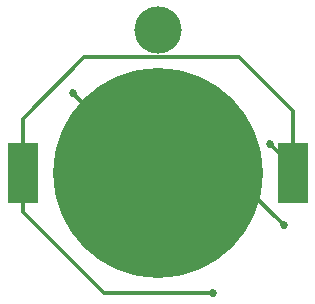
<source format=gbl>
G04 #@! TF.FileFunction,Copper,L2,Bot,Signal*
%FSLAX46Y46*%
G04 Gerber Fmt 4.6, Leading zero omitted, Abs format (unit mm)*
G04 Created by KiCad (PCBNEW 4.0.7) date 06/29/18 14:26:30*
%MOMM*%
%LPD*%
G01*
G04 APERTURE LIST*
%ADD10C,0.100000*%
%ADD11C,4.000000*%
%ADD12C,17.780000*%
%ADD13R,2.540000X5.080000*%
%ADD14C,0.685800*%
%ADD15C,0.304800*%
G04 APERTURE END LIST*
D10*
D11*
X207645000Y-81280000D03*
D12*
X207645000Y-93345000D03*
D13*
X219075000Y-93345000D03*
X196215000Y-93345000D03*
D14*
X200469500Y-86614000D03*
X218313000Y-97790000D03*
X212344000Y-103505000D03*
X217170000Y-90932000D03*
D15*
X200469500Y-86614000D02*
X206629000Y-93345000D01*
X206629000Y-93345000D02*
X207645000Y-93345000D01*
X218313000Y-97790000D02*
X213868000Y-93345000D01*
X213868000Y-93345000D02*
X207645000Y-93345000D01*
X202184000Y-102616000D02*
X203073000Y-103505000D01*
X202184000Y-102616000D02*
X196215000Y-96647000D01*
X196215000Y-93345000D02*
X196215000Y-96647000D01*
X203073000Y-103505000D02*
X212344000Y-103505000D01*
X217170000Y-90932000D02*
X219075000Y-92837000D01*
X219075000Y-92837000D02*
X219075000Y-93345000D01*
X219075000Y-93345000D02*
X219075000Y-88138000D01*
X219075000Y-88138000D02*
X214503000Y-83566000D01*
X214503000Y-83566000D02*
X201422000Y-83566000D01*
X201422000Y-83566000D02*
X196215000Y-88773000D01*
X196215000Y-88773000D02*
X196215000Y-93345000D01*
M02*

</source>
